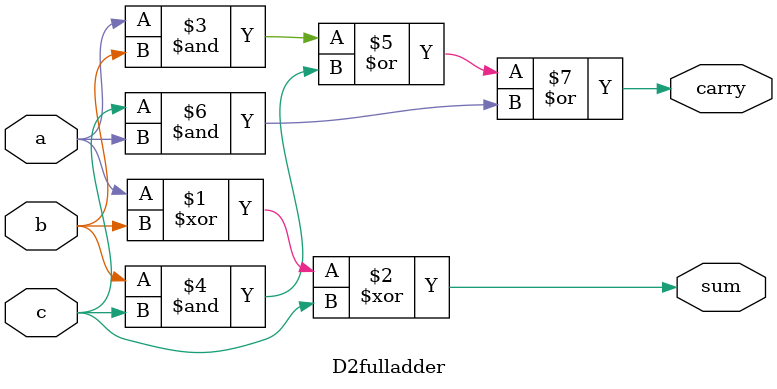
<source format=v>
`timescale 1ns / 1ps
module D2fulladder(a,b,c,sum,carry
    );
input a,b,c;
output sum,carry;
wire sum,carry;
assign sum=a^b^c;
assign carry=((a&b)|(b&c)|(c&a));
endmodule

</source>
